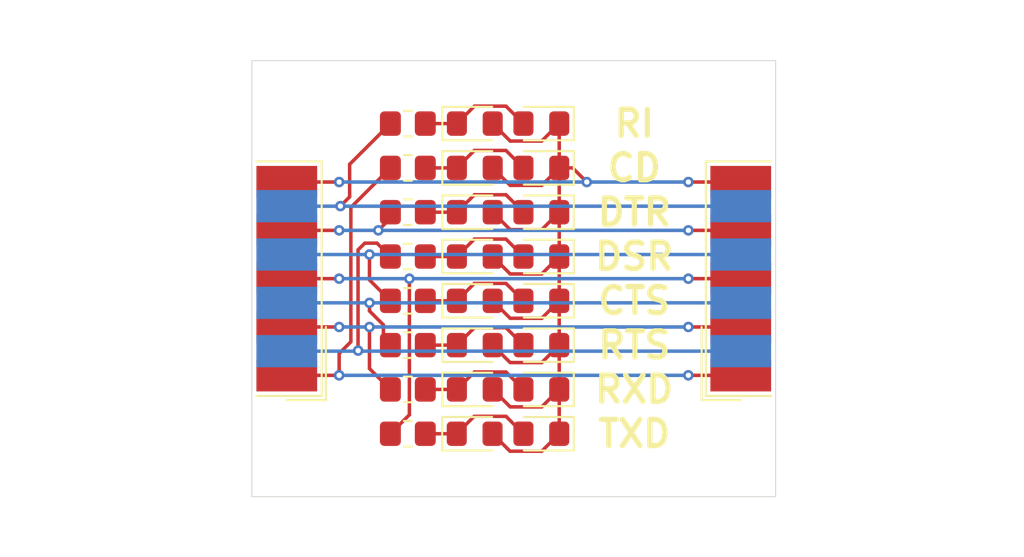
<source format=kicad_pcb>
(kicad_pcb (version 20240108) (generator "pcbnew") (generator_version "8.0")
  (title_block (rev "1"))
  (layers (0 "F.Cu" signal "Front") (1 "In1.Cu" signal) (2 "In2.Cu" signal) (31 "B.Cu" signal "Back") (34 "B.Paste" user) (35 "F.Paste" user) (36 "B.SilkS" user "B.Silkscreen") (37 "F.SilkS" user "F.Silkscreen") (38 "B.Mask" user) (39 "F.Mask" user) (44 "Edge.Cuts" user))
  (net 0 "")
  (net 1 "/TD")
  (net 2 "GND")
  (net 3 "/RD")
  (net 4 "/~{RTS}")
  (net 5 "/~{CTS}")
  (net 6 "/DSR")
  (net 7 "/CD")
  (net 8 "/DTR")
  (net 9 "/RI")
  (net 10 "Net-(J1-Pad8)")
  (net 11 "Net-(J1-Pad2)")
  (net 12 "Net-(J1-Pad3)")
  (net 13 "Net-(J1-Pad7)")
  (net 14 "Net-(J1-Pad6)")
  (net 15 "Net-(J1-Pad4)")
  (net 16 "Net-(J1-Pad9)")
  (net 17 "Net-(J1-Pad1)")
  (footprint "LED_SMD:LED_0805_2012Metric_Pad1.15x1.40mm_HandSolder" (layer "F.Cu") (at 106.749 69.65)
    (property "Reference" "D9" (hide yes))
    (property "Value" "LED" (hide yes))
    (fp_line (start -1.86 -0.96) (end -1.86 0.96) (stroke (width 0.12)) (layer "F.SilkS"))
    (fp_line (start -1.86 0.96) (end 1 0.96) (stroke (width 0.12)) (layer "F.SilkS"))
    (fp_line (start 1 -0.96) (end -1.86 -0.96) (stroke (width 0.12)) (layer "F.SilkS"))
    (pad "1" smd roundrect (at -1.025 0) (size 1.15 1.4) (layers "F.Cu" "F.Paste" "F.Mask") (roundrect_rratio 0.217391) (net 6 "/DSR"))
    (pad "2" smd roundrect (at 1.025 0) (size 1.15 1.4) (layers "F.Cu" "F.Paste" "F.Mask") (roundrect_rratio 0.217391) (net 2 "GND"))
  )
  (footprint "Resistor_SMD:R_0805_2012Metric_Pad1.20x1.40mm_HandSolder" (layer "F.Cu") (at 102.914 64.57)
    (property "Reference" "R6" (hide yes))
    (property "Value" "570" (hide yes))
    (fp_line (start -0.227064 -0.735) (end 0.227064 -0.735) (stroke (width 0.12)) (layer "F.SilkS"))
    (fp_line (start -0.227064 0.735) (end 0.227064 0.735) (stroke (width 0.12)) (layer "F.SilkS"))
    (pad "1" smd roundrect (at -1 0) (size 1.2 1.4) (layers "F.Cu" "F.Paste" "F.Mask") (roundrect_rratio 0.208333) (net 17 "Net-(J1-Pad1)"))
    (pad "2" smd roundrect (at 1 0) (size 1.2 1.4) (layers "F.Cu" "F.Paste" "F.Mask") (roundrect_rratio 0.208333) (net 7 "/CD"))
  )
  (footprint "Connector_Dsub:DSUB-9_Male_EdgeMount_P2.77mm" (layer "F.Cu") (at 121.98 70.92 90)
    (property "Reference" "J2" (hide yes))
    (property "Value" "DE9_Plug" (hide yes))
    (fp_line (start -6.963333 -2.24) (end -2.77 -2.24) (stroke (width 0.12)) (layer "F.SilkS"))
    (fp_line (start 6.723333 -2) (end -6.723333 -2) (stroke (width 0.12)) (layer "F.SilkS"))
    (fp_line (start -6.723333 -2) (end -6.723333 1.74) (stroke (width 0.12)) (layer "F.SilkS"))
    (fp_line (start -6.963333 0) (end -6.963333 -2.24) (stroke (width 0.12)) (layer "F.SilkS"))
    (fp_line (start 6.723333 1.74) (end 6.723333 -2) (stroke (width 0.12)) (layer "F.SilkS"))
    (pad "1" smd rect (at -5.54 0 90) (size 1.846667 3.48) (layers "F.Cu" "F.Paste" "F.Mask") (net 17 "Net-(J1-Pad1)"))
    (pad "2" smd rect (at -2.77 0 90) (size 1.846667 3.48) (layers "F.Cu" "F.Paste" "F.Mask") (net 11 "Net-(J1-Pad2)"))
    (pad "3" smd rect (at 0 0 90) (size 1.846667 3.48) (layers "F.Cu" "F.Paste" "F.Mask") (net 12 "Net-(J1-Pad3)"))
    (pad "4" smd rect (at 2.77 0 90) (size 1.846667 3.48) (layers "F.Cu" "F.Paste" "F.Mask") (net 15 "Net-(J1-Pad4)"))
    (pad "5" smd rect (at 5.54 0 90) (size 1.846667 3.48) (layers "F.Cu" "F.Paste" "F.Mask") (net 2 "GND"))
    (pad "6" smd rect (at -4.155 0 90) (size 1.846667 3.48) (layers "B.Cu" "B.Paste" "B.Mask") (net 14 "Net-(J1-Pad6)"))
    (pad "7" smd rect (at -1.385 0 90) (size 1.846667 3.48) (layers "B.Cu" "B.Paste" "B.Mask") (net 13 "Net-(J1-Pad7)"))
    (pad "8" smd rect (at 1.385 0 90) (size 1.846667 3.48) (layers "B.Cu" "B.Paste" "B.Mask") (net 10 "Net-(J1-Pad8)"))
    (pad "9" smd rect (at 4.155 0 90) (size 1.846667 3.48) (layers "B.Cu" "B.Paste" "B.Mask") (net 16 "Net-(J1-Pad9)"))
  )
  (footprint "Resistor_SMD:R_0805_2012Metric_Pad1.20x1.40mm_HandSolder" (layer "F.Cu") (at 102.914 67.11)
    (property "Reference" "R7" (hide yes))
    (property "Value" "570" (hide yes))
    (fp_line (start -0.227064 -0.735) (end 0.227064 -0.735) (stroke (width 0.12)) (layer "F.SilkS"))
    (fp_line (start -0.227064 0.735) (end 0.227064 0.735) (stroke (width 0.12)) (layer "F.SilkS"))
    (pad "1" smd roundrect (at -1 0) (size 1.2 1.4) (layers "F.Cu" "F.Paste" "F.Mask") (roundrect_rratio 0.208333) (net 15 "Net-(J1-Pad4)"))
    (pad "2" smd roundrect (at 1 0) (size 1.2 1.4) (layers "F.Cu" "F.Paste" "F.Mask") (roundrect_rratio 0.208333) (net 8 "/DTR"))
  )
  (footprint "LED_SMD:LED_0805_2012Metric_Pad1.15x1.40mm_HandSolder" (layer "F.Cu") (at 110.559 72.19 180)
    (property "Reference" "D8" (hide yes))
    (property "Value" "LED" (hide yes))
    (fp_line (start 1 -0.96) (end -1.86 -0.96) (stroke (width 0.12)) (layer "F.SilkS"))
    (fp_line (start -1.86 0.96) (end 1 0.96) (stroke (width 0.12)) (layer "F.SilkS"))
    (fp_line (start -1.86 -0.96) (end -1.86 0.96) (stroke (width 0.12)) (layer "F.SilkS"))
    (pad "1" smd roundrect (at -1.025 0 180) (size 1.15 1.4) (layers "F.Cu" "F.Paste" "F.Mask") (roundrect_rratio 0.217391) (net 2 "GND"))
    (pad "2" smd roundrect (at 1.025 0 180) (size 1.15 1.4) (layers "F.Cu" "F.Paste" "F.Mask") (roundrect_rratio 0.217391) (net 5 "/~{CTS}"))
  )
  (footprint "LED_SMD:LED_0805_2012Metric_Pad1.15x1.40mm_HandSolder" (layer "F.Cu") (at 106.749 77.27)
    (property "Reference" "D3" (hide yes))
    (property "Value" "LED" (hide yes))
    (fp_line (start -1.86 -0.96) (end -1.86 0.96) (stroke (width 0.12)) (layer "F.SilkS"))
    (fp_line (start -1.86 0.96) (end 1 0.96) (stroke (width 0.12)) (layer "F.SilkS"))
    (fp_line (start 1 -0.96) (end -1.86 -0.96) (stroke (width 0.12)) (layer "F.SilkS"))
    (pad "1" smd roundrect (at -1.025 0) (size 1.15 1.4) (layers "F.Cu" "F.Paste" "F.Mask") (roundrect_rratio 0.217391) (net 3 "/RD"))
    (pad "2" smd roundrect (at 1.025 0) (size 1.15 1.4) (layers "F.Cu" "F.Paste" "F.Mask") (roundrect_rratio 0.217391) (net 2 "GND"))
  )
  (footprint "Connector_Dsub:DSUB-9_Female_EdgeMount_P2.77mm" (layer "F.Cu") (at 95.98 70.92 -90)
    (property "Reference" "J1" (hide yes))
    (property "Value" "DE9_Receptacle" (hide yes))
    (fp_line (start 6.723333 1.74) (end 6.723333 -2) (stroke (width 0.12)) (layer "F.SilkS"))
    (fp_line (start 6.963333 0) (end 6.963333 -2.24) (stroke (width 0.12)) (layer "F.SilkS"))
    (fp_line (start -6.723333 -2) (end -6.723333 1.74) (stroke (width 0.12)) (layer "F.SilkS"))
    (fp_line (start 6.723333 -2) (end -6.723333 -2) (stroke (width 0.12)) (layer "F.SilkS"))
    (fp_line (start 6.963333 -2.24) (end 2.77 -2.24) (stroke (width 0.12)) (layer "F.SilkS"))
    (pad "1" smd rect (at 5.54 0 270) (size 1.846667 3.48) (layers "F.Cu" "F.Paste" "F.Mask") (net 17 "Net-(J1-Pad1)"))
    (pad "2" smd rect (at 2.77 0 270) (size 1.846667 3.48) (layers "F.Cu" "F.Paste" "F.Mask") (net 11 "Net-(J1-Pad2)"))
    (pad "3" smd rect (at 0 0 270) (size 1.846667 3.48) (layers "F.Cu" "F.Paste" "F.Mask") (net 12 "Net-(J1-Pad3)"))
    (pad "4" smd rect (at -2.77 0 270) (size 1.846667 3.48) (layers "F.Cu" "F.Paste" "F.Mask") (net 15 "Net-(J1-Pad4)"))
    (pad "5" smd rect (at -5.54 0 270) (size 1.846667 3.48) (layers "F.Cu" "F.Paste" "F.Mask") (net 2 "GND"))
    (pad "6" smd rect (at 4.155 0 270) (size 1.846667 3.48) (layers "B.Cu" "B.Paste" "B.Mask") (net 14 "Net-(J1-Pad6)"))
    (pad "7" smd rect (at 1.385 0 270) (size 1.846667 3.48) (layers "B.Cu" "B.Paste" "B.Mask") (net 13 "Net-(J1-Pad7)"))
    (pad "8" smd rect (at -1.385 0 270) (size 1.846667 3.48) (layers "B.Cu" "B.Paste" "B.Mask") (net 10 "Net-(J1-Pad8)"))
    (pad "9" smd rect (at -4.155 0 270) (size 1.846667 3.48) (layers "B.Cu" "B.Paste" "B.Mask") (net 16 "Net-(J1-Pad9)"))
  )
  (footprint "Resistor_SMD:R_0805_2012Metric_Pad1.20x1.40mm_HandSolder" (layer "F.Cu") (at 102.914 72.19)
    (property "Reference" "R4" (hide yes))
    (property "Value" "570" (hide yes))
    (fp_line (start -0.227064 -0.735) (end 0.227064 -0.735) (stroke (width 0.12)) (layer "F.SilkS"))
    (fp_line (start -0.227064 0.735) (end 0.227064 0.735) (stroke (width 0.12)) (layer "F.SilkS"))
    (pad "1" smd roundrect (at -1 0) (size 1.2 1.4) (layers "F.Cu" "F.Paste" "F.Mask") (roundrect_rratio 0.208333) (net 10 "Net-(J1-Pad8)"))
    (pad "2" smd roundrect (at 1 0) (size 1.2 1.4) (layers "F.Cu" "F.Paste" "F.Mask") (roundrect_rratio 0.208333) (net 5 "/~{CTS}"))
  )
  (footprint "LED_SMD:LED_0805_2012Metric_Pad1.15x1.40mm_HandSolder" (layer "F.Cu") (at 110.559 74.73 180)
    (property "Reference" "D6" (hide yes))
    (property "Value" "LED" (hide yes))
    (fp_line (start 1 -0.96) (end -1.86 -0.96) (stroke (width 0.12)) (layer "F.SilkS"))
    (fp_line (start -1.86 0.96) (end 1 0.96) (stroke (width 0.12)) (layer "F.SilkS"))
    (fp_line (start -1.86 -0.96) (end -1.86 0.96) (stroke (width 0.12)) (layer "F.SilkS"))
    (pad "1" smd roundrect (at -1.025 0 180) (size 1.15 1.4) (layers "F.Cu" "F.Paste" "F.Mask") (roundrect_rratio 0.217391) (net 2 "GND"))
    (pad "2" smd roundrect (at 1.025 0 180) (size 1.15 1.4) (layers "F.Cu" "F.Paste" "F.Mask") (roundrect_rratio 0.217391) (net 4 "/~{RTS}"))
  )
  (footprint "LED_SMD:LED_0805_2012Metric_Pad1.15x1.40mm_HandSolder" (layer "F.Cu") (at 106.74 79.81)
    (property "Reference" "D1" (hide yes))
    (property "Value" "LED" (hide yes))
    (fp_line (start -1.86 -0.96) (end -1.86 0.96) (stroke (width 0.12)) (layer "F.SilkS"))
    (fp_line (start -1.86 0.96) (end 1 0.96) (stroke (width 0.12)) (layer "F.SilkS"))
    (fp_line (start 1 -0.96) (end -1.86 -0.96) (stroke (width 0.12)) (layer "F.SilkS"))
    (pad "1" smd roundrect (at -1.025 0) (size 1.15 1.4) (layers "F.Cu" "F.Paste" "F.Mask") (roundrect_rratio 0.217391) (net 1 "/TD"))
    (pad "2" smd roundrect (at 1.025 0) (size 1.15 1.4) (layers "F.Cu" "F.Paste" "F.Mask") (roundrect_rratio 0.217391) (net 2 "GND"))
  )
  (footprint "LED_SMD:LED_0805_2012Metric_Pad1.15x1.40mm_HandSolder" (layer "F.Cu") (at 106.749 62.03)
    (property "Reference" "D15" (hide yes))
    (property "Value" "LED" (hide yes))
    (fp_line (start -1.86 -0.96) (end -1.86 0.96) (stroke (width 0.12)) (layer "F.SilkS"))
    (fp_line (start -1.86 0.96) (end 1 0.96) (stroke (width 0.12)) (layer "F.SilkS"))
    (fp_line (start 1 -0.96) (end -1.86 -0.96) (stroke (width 0.12)) (layer "F.SilkS"))
    (pad "1" smd roundrect (at -1.025 0) (size 1.15 1.4) (layers "F.Cu" "F.Paste" "F.Mask") (roundrect_rratio 0.217391) (net 9 "/RI"))
    (pad "2" smd roundrect (at 1.025 0) (size 1.15 1.4) (layers "F.Cu" "F.Paste" "F.Mask") (roundrect_rratio 0.217391) (net 2 "GND"))
  )
  (footprint "Resistor_SMD:R_0805_2012Metric_Pad1.20x1.40mm_HandSolder" (layer "F.Cu") (at 102.914 62.03)
    (property "Reference" "R8" (hide yes))
    (property "Value" "570" (hide yes))
    (fp_line (start -0.227064 -0.735) (end 0.227064 -0.735) (stroke (width 0.12)) (layer "F.SilkS"))
    (fp_line (start -0.227064 0.735) (end 0.227064 0.735) (stroke (width 0.12)) (layer "F.SilkS"))
    (pad "1" smd roundrect (at -1 0) (size 1.2 1.4) (layers "F.Cu" "F.Paste" "F.Mask") (roundrect_rratio 0.208333) (net 16 "Net-(J1-Pad9)"))
    (pad "2" smd roundrect (at 1 0) (size 1.2 1.4) (layers "F.Cu" "F.Paste" "F.Mask") (roundrect_rratio 0.208333) (net 9 "/RI"))
  )
  (footprint "LED_SMD:LED_0805_2012Metric_Pad1.15x1.40mm_HandSolder" (layer "F.Cu") (at 106.749 74.73)
    (property "Reference" "D5" (hide yes))
    (property "Value" "LED" (hide yes))
    (fp_line (start -1.86 -0.96) (end -1.86 0.96) (stroke (width 0.12)) (layer "F.SilkS"))
    (fp_line (start -1.86 0.96) (end 1 0.96) (stroke (width 0.12)) (layer "F.SilkS"))
    (fp_line (start 1 -0.96) (end -1.86 -0.96) (stroke (width 0.12)) (layer "F.SilkS"))
    (pad "1" smd roundrect (at -1.025 0) (size 1.15 1.4) (layers "F.Cu" "F.Paste" "F.Mask") (roundrect_rratio 0.217391) (net 4 "/~{RTS}"))
    (pad "2" smd roundrect (at 1.025 0) (size 1.15 1.4) (layers "F.Cu" "F.Paste" "F.Mask") (roundrect_rratio 0.217391) (net 2 "GND"))
  )
  (footprint "Resistor_SMD:R_0805_2012Metric_Pad1.20x1.40mm_HandSolder" (layer "F.Cu") (at 102.914 74.73)
    (property "Reference" "R3" (hide yes))
    (property "Value" "570" (hide yes))
    (fp_line (start -0.227064 -0.735) (end 0.227064 -0.735) (stroke (width 0.12)) (layer "F.SilkS"))
    (fp_line (start -0.227064 0.735) (end 0.227064 0.735) (stroke (width 0.12)) (layer "F.SilkS"))
    (pad "1" smd roundrect (at -1 0) (size 1.2 1.4) (layers "F.Cu" "F.Paste" "F.Mask") (roundrect_rratio 0.208333) (net 13 "Net-(J1-Pad7)"))
    (pad "2" smd roundrect (at 1 0) (size 1.2 1.4) (layers "F.Cu" "F.Paste" "F.Mask") (roundrect_rratio 0.208333) (net 4 "/~{RTS}"))
  )
  (footprint "LED_SMD:LED_0805_2012Metric_Pad1.15x1.40mm_HandSolder" (layer "F.Cu") (at 110.559 62.03 180)
    (property "Reference" "D16" (hide yes))
    (property "Value" "LED" (hide yes))
    (fp_line (start 1 -0.96) (end -1.86 -0.96) (stroke (width 0.12)) (layer "F.SilkS"))
    (fp_line (start -1.86 0.96) (end 1 0.96) (stroke (width 0.12)) (layer "F.SilkS"))
    (fp_line (start -1.86 -0.96) (end -1.86 0.96) (stroke (width 0.12)) (layer "F.SilkS"))
    (pad "1" smd roundrect (at -1.025 0 180) (size 1.15 1.4) (layers "F.Cu" "F.Paste" "F.Mask") (roundrect_rratio 0.217391) (net 2 "GND"))
    (pad "2" smd roundrect (at 1.025 0 180) (size 1.15 1.4) (layers "F.Cu" "F.Paste" "F.Mask") (roundrect_rratio 0.217391) (net 9 "/RI"))
  )
  (footprint "LED_SMD:LED_0805_2012Metric_Pad1.15x1.40mm_HandSolder" (layer "F.Cu") (at 106.749 67.11)
    (property "Reference" "D13" (hide yes))
    (property "Value" "LED" (hide yes))
    (fp_line (start -1.86 -0.96) (end -1.86 0.96) (stroke (width 0.12)) (layer "F.SilkS"))
    (fp_line (start -1.86 0.96) (end 1 0.96) (stroke (width 0.12)) (layer "F.SilkS"))
    (fp_line (start 1 -0.96) (end -1.86 -0.96) (stroke (width 0.12)) (layer "F.SilkS"))
    (pad "1" smd roundrect (at -1.025 0) (size 1.15 1.4) (layers "F.Cu" "F.Paste" "F.Mask") (roundrect_rratio 0.217391) (net 8 "/DTR"))
    (pad "2" smd roundrect (at 1.025 0) (size 1.15 1.4) (layers "F.Cu" "F.Paste" "F.Mask") (roundrect_rratio 0.217391) (net 2 "GND"))
  )
  (footprint "LED_SMD:LED_0805_2012Metric_Pad1.15x1.40mm_HandSolder" (layer "F.Cu") (at 110.559 69.65 180)
    (property "Reference" "D10" (hide yes))
    (property "Value" "LED" (hide yes))
    (fp_line (start 1 -0.96) (end -1.86 -0.96) (stroke (width 0.12)) (layer "F.SilkS"))
    (fp_line (start -1.86 0.96) (end 1 0.96) (stroke (width 0.12)) (layer "F.SilkS"))
    (fp_line (start -1.86 -0.96) (end -1.86 0.96) (stroke (width 0.12)) (layer "F.SilkS"))
    (pad "1" smd roundrect (at -1.025 0 180) (size 1.15 1.4) (layers "F.Cu" "F.Paste" "F.Mask") (roundrect_rratio 0.217391) (net 2 "GND"))
    (pad "2" smd roundrect (at 1.025 0 180) (size 1.15 1.4) (layers "F.Cu" "F.Paste" "F.Mask") (roundrect_rratio 0.217391) (net 6 "/DSR"))
  )
  (footprint "Resistor_SMD:R_0805_2012Metric_Pad1.20x1.40mm_HandSolder" (layer "F.Cu") (at 102.914 77.27)
    (property "Reference" "R2" (hide yes))
    (property "Value" "570" (hide yes))
    (fp_line (start -0.227064 -0.735) (end 0.227064 -0.735) (stroke (width 0.12)) (layer "F.SilkS"))
    (fp_line (start -0.227064 0.735) (end 0.227064 0.735) (stroke (width 0.12)) (layer "F.SilkS"))
    (pad "1" smd roundrect (at -1 0) (size 1.2 1.4) (layers "F.Cu" "F.Paste" "F.Mask") (roundrect_rratio 0.208333) (net 11 "Net-(J1-Pad2)"))
    (pad "2" smd roundrect (at 1 0) (size 1.2 1.4) (layers "F.Cu" "F.Paste" "F.Mask") (roundrect_rratio 0.208333) (net 3 "/RD"))
  )
  (footprint "LED_SMD:LED_0805_2012Metric_Pad1.15x1.40mm_HandSolder" (layer "F.Cu") (at 106.749 72.19)
    (property "Reference" "D7" (hide yes))
    (property "Value" "LED" (hide yes))
    (fp_line (start -1.86 -0.96) (end -1.86 0.96) (stroke (width 0.12)) (layer "F.SilkS"))
    (fp_line (start -1.86 0.96) (end 1 0.96) (stroke (width 0.12)) (layer "F.SilkS"))
    (fp_line (start 1 -0.96) (end -1.86 -0.96) (stroke (width 0.12)) (layer "F.SilkS"))
    (pad "1" smd roundrect (at -1.025 0) (size 1.15 1.4) (layers "F.Cu" "F.Paste" "F.Mask") (roundrect_rratio 0.217391) (net 5 "/~{CTS}"))
    (pad "2" smd roundrect (at 1.025 0) (size 1.15 1.4) (layers "F.Cu" "F.Paste" "F.Mask") (roundrect_rratio 0.217391) (net 2 "GND"))
  )
  (footprint "LED_SMD:LED_0805_2012Metric_Pad1.15x1.40mm_HandSolder" (layer "F.Cu") (at 110.559 64.57 180)
    (property "Reference" "D12" (hide yes))
    (property "Value" "LED" (hide yes))
    (fp_line (start 1 -0.96) (end -1.86 -0.96) (stroke (width 0.12)) (layer "F.SilkS"))
    (fp_line (start -1.86 0.96) (end 1 0.96) (stroke (width 0.12)) (layer "F.SilkS"))
    (fp_line (start -1.86 -0.96) (end -1.86 0.96) (stroke (width 0.12)) (layer "F.SilkS"))
    (pad "1" smd roundrect (at -1.025 0 180) (size 1.15 1.4) (layers "F.Cu" "F.Paste" "F.Mask") (roundrect_rratio 0.217391) (net 2 "GND"))
    (pad "2" smd roundrect (at 1.025 0 180) (size 1.15 1.4) (layers "F.Cu" "F.Paste" "F.Mask") (roundrect_rratio 0.217391) (net 7 "/CD"))
  )
  (footprint "LED_SMD:LED_0805_2012Metric_Pad1.15x1.40mm_HandSolder" (layer "F.Cu") (at 110.559 77.27 180)
    (property "Reference" "D4" (hide yes))
    (property "Value" "LED" (hide yes))
    (fp_line (start 1 -0.96) (end -1.86 -0.96) (stroke (width 0.12)) (layer "F.SilkS"))
    (fp_line (start -1.86 0.96) (end 1 0.96) (stroke (width 0.12)) (layer "F.SilkS"))
    (fp_line (start -1.86 -0.96) (end -1.86 0.96) (stroke (width 0.12)) (layer "F.SilkS"))
    (pad "1" smd roundrect (at -1.025 0 180) (size 1.15 1.4) (layers "F.Cu" "F.Paste" "F.Mask") (roundrect_rratio 0.217391) (net 2 "GND"))
    (pad "2" smd roundrect (at 1.025 0 180) (size 1.15 1.4) (layers "F.Cu" "F.Paste" "F.Mask") (roundrect_rratio 0.217391) (net 3 "/RD"))
  )
  (footprint "LED_SMD:LED_0805_2012Metric_Pad1.15x1.40mm_HandSolder" (layer "F.Cu") (at 106.749 64.57)
    (property "Reference" "D11" (hide yes))
    (property "Value" "LED" (hide yes))
    (fp_line (start -1.86 -0.96) (end -1.86 0.96) (stroke (width 0.12)) (layer "F.SilkS"))
    (fp_line (start -1.86 0.96) (end 1 0.96) (stroke (width 0.12)) (layer "F.SilkS"))
    (fp_line (start 1 -0.96) (end -1.86 -0.96) (stroke (width 0.12)) (layer "F.SilkS"))
    (pad "1" smd roundrect (at -1.025 0) (size 1.15 1.4) (layers "F.Cu" "F.Paste" "F.Mask") (roundrect_rratio 0.217391) (net 7 "/CD"))
    (pad "2" smd roundrect (at 1.025 0) (size 1.15 1.4) (layers "F.Cu" "F.Paste" "F.Mask") (roundrect_rratio 0.217391) (net 2 "GND"))
  )
  (footprint "Resistor_SMD:R_0805_2012Metric_Pad1.20x1.40mm_HandSolder" (layer "F.Cu") (at 102.914 69.65)
    (property "Reference" "R5" (hide yes))
    (property "Value" "570" (hide yes))
    (fp_line (start -0.227064 -0.735) (end 0.227064 -0.735) (stroke (width 0.12)) (layer "F.SilkS"))
    (fp_line (start -0.227064 0.735) (end 0.227064 0.735) (stroke (width 0.12)) (layer "F.SilkS"))
    (pad "1" smd roundrect (at -1 0) (size 1.2 1.4) (layers "F.Cu" "F.Paste" "F.Mask") (roundrect_rratio 0.208333) (net 14 "Net-(J1-Pad6)"))
    (pad "2" smd roundrect (at 1 0) (size 1.2 1.4) (layers "F.Cu" "F.Paste" "F.Mask") (roundrect_rratio 0.208333) (net 6 "/DSR"))
  )
  (footprint "LED_SMD:LED_0805_2012Metric_Pad1.15x1.40mm_HandSolder" (layer "F.Cu") (at 110.559 67.11 180)
    (property "Reference" "D14" (hide yes))
    (property "Value" "LED" (hide yes))
    (fp_line (start 1 -0.96) (end -1.86 -0.96) (stroke (width 0.12)) (layer "F.SilkS"))
    (fp_line (start -1.86 0.96) (end 1 0.96) (stroke (width 0.12)) (layer "F.SilkS"))
    (fp_line (start -1.86 -0.96) (end -1.86 0.96) (stroke (width 0.12)) (layer "F.SilkS"))
    (pad "1" smd roundrect (at -1.025 0 180) (size 1.15 1.4) (layers "F.Cu" "F.Paste" "F.Mask") (roundrect_rratio 0.217391) (net 2 "GND"))
    (pad "2" smd roundrect (at 1.025 0 180) (size 1.15 1.4) (layers "F.Cu" "F.Paste" "F.Mask") (roundrect_rratio 0.217391) (net 8 "/DTR"))
  )
  (footprint "LED_SMD:LED_0805_2012Metric_Pad1.15x1.40mm_HandSolder" (layer "F.Cu") (at 110.559 79.81 180)
    (property "Reference" "D2" (hide yes))
    (property "Value" "LED" (hide yes))
    (fp_line (start 1 -0.96) (end -1.86 -0.96) (stroke (width 0.12)) (layer "F.SilkS"))
    (fp_line (start -1.86 0.96) (end 1 0.96) (stroke (width 0.12)) (layer "F.SilkS"))
    (fp_line (start -1.86 -0.96) (end -1.86 0.96) (stroke (width 0.12)) (layer "F.SilkS"))
    (pad "1" smd roundrect (at -1.025 0 180) (size 1.15 1.4) (layers "F.Cu" "F.Paste" "F.Mask") (roundrect_rratio 0.217391) (net 2 "GND"))
    (pad "2" smd roundrect (at 1.025 0 180) (size 1.15 1.4) (layers "F.Cu" "F.Paste" "F.Mask") (roundrect_rratio 0.217391) (net 1 "/TD"))
  )
  (footprint "Resistor_SMD:R_0805_2012Metric_Pad1.20x1.40mm_HandSolder" (layer "F.Cu") (at 102.914 79.81)
    (property "Reference" "R1" (hide yes))
    (property "Value" "570" (hide yes))
    (fp_line (start -0.227064 -0.735) (end 0.227064 -0.735) (stroke (width 0.12)) (layer "F.SilkS"))
    (fp_line (start -0.227064 0.735) (end 0.227064 0.735) (stroke (width 0.12)) (layer "F.SilkS"))
    (pad "1" smd roundrect (at -1 0) (size 1.2 1.4) (layers "F.Cu" "F.Paste" "F.Mask") (roundrect_rratio 0.208333) (net 12 "Net-(J1-Pad3)"))
    (pad "2" smd roundrect (at 1 0) (size 1.2 1.4) (layers "F.Cu" "F.Paste" "F.Mask") (roundrect_rratio 0.208333) (net 1 "/TD"))
  )
  (gr_line (start 123.98 58.42) (end 123.98 70.92) (stroke (width 0.05)) (layer "Edge.Cuts"))
  (gr_line (start 93.98 58.42) (end 123.98 58.42) (stroke (width 0.05)) (layer "Edge.Cuts"))
  (gr_line (start 93.98 83.42) (end 93.98 70.92) (stroke (width 0.05)) (layer "Edge.Cuts"))
  (gr_line (start 123.98 70.92) (end 123.98 83.42) (stroke (width 0.05)) (layer "Edge.Cuts"))
  (gr_line (start 93.98 70.92) (end 93.98 58.42) (stroke (width 0.05)) (layer "Edge.Cuts"))
  (gr_line (start 123.98 83.42) (end 93.98 83.42) (stroke (width 0.05)) (layer "Edge.Cuts"))
  (gr_text "CTS" (at 115.884 72.19 0) (layer "F.SilkS") (effects (font (size 1.5 1.5) (thickness 0.3) (bold yes))))
  (gr_text "RTS" (at 115.884 74.73 0) (layer "F.SilkS") (effects (font (size 1.5 1.5) (thickness 0.3) (bold yes))))
  (gr_text "RXD" (at 115.884 77.27 0) (layer "F.SilkS") (effects (font (size 1.5 1.5) (thickness 0.3) (bold yes))))
  (gr_text "DSR" (at 115.884 69.65 0) (layer "F.SilkS") (effects (font (size 1.5 1.5) (thickness 0.3) (bold yes))))
  (gr_text "CD" (at 115.884 64.57 0) (layer "F.SilkS") (effects (font (size 1.5 1.5) (thickness 0.3) (bold yes))))
  (gr_text "RI" (at 115.884 62.03 0) (layer "F.SilkS") (effects (font (size 1.5 1.5) (thickness 0.3) (bold yes))))
  (gr_text "DTR" (at 115.884 67.11 0) (layer "F.SilkS") (effects (font (size 1.5 1.5) (thickness 0.3) (bold yes))))
  (gr_text "TXD" (at 115.884 79.81 0) (layer "F.SilkS") (effects (font (size 1.5 1.5) (thickness 0.3) (bold yes))))
  (segment (start 108.534 78.81) (end 109.534 79.81) (width 0.2) (layer "F.Cu") (net 1))
  (segment (start 105.715 79.81) (end 106.715 78.81) (width 0.2) (layer "F.Cu") (net 1))
  (segment (start 103.914 79.81) (end 105.715 79.81) (width 0.2) (layer "F.Cu") (net 1))
  (segment (start 106.715 78.81) (end 108.534 78.81) (width 0.2) (layer "F.Cu") (net 1))
  (segment (start 111.584 62.03) (end 111.584 64.57) (width 0.2) (layer "F.Cu") (net 2))
  (segment (start 108.774 75.73) (end 110.584 75.73) (width 0.2) (layer "F.Cu") (net 2))
  (segment (start 110.584 80.81) (end 111.584 79.81) (width 0.2) (layer "F.Cu") (net 2))
  (segment (start 111.584 69.65) (end 111.584 72.19) (width 0.2) (layer "F.Cu") (net 2))
  (segment (start 108.765 80.81) (end 110.584 80.81) (width 0.2) (layer "F.Cu") (net 2))
  (segment (start 110.584 65.57) (end 111.584 64.57) (width 0.2) (layer "F.Cu") (net 2))
  (segment (start 110.584 75.73) (end 111.584 74.73) (width 0.2) (layer "F.Cu") (net 2))
  (segment (start 111.584 77.27) (end 111.584 79.81) (width 0.2) (layer "F.Cu") (net 2))
  (segment (start 107.774 67.11) (end 108.774 68.11) (width 0.2) (layer "F.Cu") (net 2))
  (segment (start 111.584 72.19) (end 111.584 74.73) (width 0.2) (layer "F.Cu") (net 2))
  (segment (start 111.584 64.57) (end 112.352 64.57) (width 0.2) (layer "F.Cu") (net 2))
  (segment (start 107.774 74.73) (end 108.774 75.73) (width 0.2) (layer "F.Cu") (net 2))
  (segment (start 110.584 68.11) (end 111.584 67.11) (width 0.2) (layer "F.Cu") (net 2))
  (segment (start 110.584 63.03) (end 111.584 62.03) (width 0.2) (layer "F.Cu") (net 2))
  (segment (start 108.774 73.19) (end 110.584 73.19) (width 0.2) (layer "F.Cu") (net 2))
  (segment (start 107.774 62.03) (end 108.774 63.03) (width 0.2) (layer "F.Cu") (net 2))
  (segment (start 111.584 74.73) (end 111.584 77.27) (width 0.2) (layer "F.Cu") (net 2))
  (segment (start 108.774 63.03) (end 110.584 63.03) (width 0.2) (layer "F.Cu") (net 2))
  (segment (start 108.774 78.27) (end 110.584 78.27) (width 0.2) (layer "F.Cu") (net 2))
  (segment (start 111.584 67.11) (end 111.584 69.65) (width 0.2) (layer "F.Cu") (net 2))
  (segment (start 107.774 64.57) (end 108.774 65.57) (width 0.2) (layer "F.Cu") (net 2))
  (segment (start 107.774 69.65) (end 108.774 70.65) (width 0.2) (layer "F.Cu") (net 2))
  (segment (start 111.584 64.57) (end 111.584 67.11) (width 0.2) (layer "F.Cu") (net 2))
  (segment (start 108.774 65.57) (end 110.584 65.57) (width 0.2) (layer "F.Cu") (net 2))
  (segment (start 107.774 72.19) (end 108.774 73.19) (width 0.2) (layer "F.Cu") (net 2))
  (segment (start 121.98 65.38) (end 118.98 65.38) (width 0.2) (layer "F.Cu") (net 2))
  (segment (start 107.765 79.81) (end 108.765 80.81) (width 0.2) (layer "F.Cu") (net 2))
  (segment (start 108.774 70.65) (end 110.584 70.65) (width 0.2) (layer "F.Cu") (net 2))
  (segment (start 95.98 65.38) (end 98.98 65.38) (width 0.2) (layer "F.Cu") (net 2))
  (segment (start 108.774 68.11) (end 110.584 68.11) (width 0.2) (layer "F.Cu") (net 2))
  (segment (start 110.584 70.65) (end 111.584 69.65) (width 0.2) (layer "F.Cu") (net 2))
  (segment (start 110.584 73.19) (end 111.584 72.19) (width 0.2) (layer "F.Cu") (net 2))
  (segment (start 110.584 78.27) (end 111.584 77.27) (width 0.2) (layer "F.Cu") (net 2))
  (segment (start 112.352 64.57) (end 113.162 65.38) (width 0.2) (layer "F.Cu") (net 2))
  (segment (start 107.774 77.27) (end 108.774 78.27) (width 0.2) (layer "F.Cu") (net 2))
  (via (at 113.162 65.38) (size 0.6) (drill 0.3) (layers "F.Cu" "B.Cu") (net 2))
  (via (at 118.98 65.38) (size 0.6) (drill 0.3) (layers "F.Cu" "B.Cu") (net 2))
  (via (at 98.98 65.38) (size 0.6) (drill 0.3) (layers "F.Cu" "B.Cu") (net 2))
  (segment (start 113.162 65.38) (end 118.98 65.38) (width 0.2) (layer "B.Cu") (net 2))
  (segment (start 98.98 65.38) (end 113.162 65.38) (width 0.2) (layer "B.Cu") (net 2))
  (segment (start 103.914 77.27) (end 105.724 77.27) (width 0.2) (layer "F.Cu") (net 3))
  (segment (start 105.724 77.27) (end 106.724 76.27) (width 0.2) (layer "F.Cu") (net 3))
  (segment (start 106.724 76.27) (end 108.534 76.27) (width 0.2) (layer "F.Cu") (net 3))
  (segment (start 108.534 76.27) (end 109.534 77.27) (width 0.2) (layer "F.Cu") (net 3))
  (segment (start 108.534 73.73) (end 109.534 74.73) (width 0.2) (layer "F.Cu") (net 4))
  (segment (start 105.724 74.73) (end 106.724 73.73) (width 0.2) (layer "F.Cu") (net 4))
  (segment (start 106.724 73.73) (end 108.534 73.73) (width 0.2) (layer "F.Cu") (net 4))
  (segment (start 103.914 74.73) (end 105.724 74.73) (width 0.2) (layer "F.Cu") (net 4))
  (segment (start 103.914 72.19) (end 105.724 72.19) (width 0.2) (layer "F.Cu") (net 5))
  (segment (start 108.534 71.19) (end 109.534 72.19) (width 0.2) (layer "F.Cu") (net 5))
  (segment (start 106.724 71.19) (end 108.534 71.19) (width 0.2) (layer "F.Cu") (net 5))
  (segment (start 105.724 72.19) (end 106.724 71.19) (width 0.2) (layer "F.Cu") (net 5))
  (segment (start 105.724 69.65) (end 106.724 68.65) (width 0.2) (layer "F.Cu") (net 6))
  (segment (start 108.534 68.65) (end 109.534 69.65) (width 0.2) (layer "F.Cu") (net 6))
  (segment (start 103.914 69.65) (end 105.724 69.65) (width 0.2) (layer "F.Cu") (net 6))
  (segment (start 106.724 68.65) (end 108.534 68.65) (width 0.2) (layer "F.Cu") (net 6))
  (segment (start 105.724 64.57) (end 106.724 63.57) (width 0.2) (layer "F.Cu") (net 7))
  (segment (start 106.724 63.57) (end 108.534 63.57) (width 0.2) (layer "F.Cu") (net 7))
  (segment (start 103.914 64.57) (end 105.724 64.57) (width 0.2) (layer "F.Cu") (net 7))
  (segment (start 108.534 63.57) (end 109.534 64.57) (width 0.2) (layer "F.Cu") (net 7))
  (segment (start 103.914 67.11) (end 105.724 67.11) (width 0.2) (layer "F.Cu") (net 8))
  (segment (start 106.724 66.11) (end 108.534 66.11) (width 0.2) (layer "F.Cu") (net 8))
  (segment (start 108.534 66.11) (end 109.534 67.11) (width 0.2) (layer "F.Cu") (net 8))
  (segment (start 105.724 67.11) (end 106.724 66.11) (width 0.2) (layer "F.Cu") (net 8))
  (segment (start 105.724 62.03) (end 106.724 61.03) (width 0.2) (layer "F.Cu") (net 9))
  (segment (start 106.724 61.03) (end 108.534 61.03) (width 0.2) (layer "F.Cu") (net 9))
  (segment (start 103.914 62.03) (end 105.724 62.03) (width 0.2) (layer "F.Cu") (net 9))
  (segment (start 108.534 61.03) (end 109.534 62.03) (width 0.2) (layer "F.Cu") (net 9))
  (segment (start 100.716 70.992) (end 100.716 69.535) (width 0.2) (layer "F.Cu") (net 10))
  (segment (start 101.914 72.19) (end 100.716 70.992) (width 0.2) (layer "F.Cu") (net 10))
  (via (at 100.716 69.535) (size 0.6) (drill 0.3) (layers "F.Cu" "B.Cu") (net 10))
  (segment (start 95.98 69.535) (end 100.716 69.535) (width 0.2) (layer "B.Cu") (net 10))
  (segment (start 100.716 69.535) (end 121.98 69.535) (width 0.2) (layer "B.Cu") (net 10))
  (segment (start 100.716 76.072) (end 100.716 73.69) (width 0.2) (layer "F.Cu") (net 11))
  (segment (start 101.914 77.27) (end 100.716 76.072) (width 0.2) (layer "F.Cu") (net 11))
  (segment (start 121.98 73.69) (end 118.98 73.69) (width 0.2) (layer "F.Cu") (net 11))
  (segment (start 95.98 73.69) (end 98.98 73.69) (width 0.2) (layer "F.Cu") (net 11))
  (via (at 98.98 73.69) (size 0.6) (drill 0.3) (layers "F.Cu" "B.Cu") (net 11))
  (via (at 118.98 73.69) (size 0.6) (drill 0.3) (layers "F.Cu" "B.Cu") (net 11))
  (via (at 100.716 73.69) (size 0.6) (drill 0.3) (layers "F.Cu" "B.Cu") (net 11))
  (segment (start 98.98 73.69) (end 100.716 73.69) (width 0.2) (layer "B.Cu") (net 11))
  (segment (start 100.716 73.69) (end 118.98 73.69) (width 0.2) (layer "B.Cu") (net 11))
  (segment (start 101.914 79.81) (end 103.002 78.722) (width 0.2) (layer "F.Cu") (net 12))
  (segment (start 103.002 78.722) (end 103.002 70.92) (width 0.2) (layer "F.Cu") (net 12))
  (segment (start 95.98 70.92) (end 98.98 70.92) (width 0.2) (layer "F.Cu") (net 12))
  (segment (start 121.98 70.92) (end 118.98 70.92) (width 0.2) (layer "F.Cu") (net 12))
  (via (at 103.002 70.92) (size 0.6) (drill 0.3) (layers "F.Cu" "B.Cu") (net 12))
  (via (at 98.98 70.92) (size 0.6) (drill 0.3) (layers "F.Cu" "B.Cu") (net 12))
  (via (at 118.98 70.92) (size 0.6) (drill 0.3) (layers "F.Cu" "B.Cu") (net 12))
  (segment (start 98.98 70.92) (end 103.002 70.92) (width 0.2) (layer "B.Cu") (net 12))
  (segment (start 103.002 70.92) (end 118.98 70.92) (width 0.2) (layer "B.Cu") (net 12))
  (segment (start 100.716 72.770761) (end 100.716 72.305) (width 0.2) (layer "F.Cu") (net 13))
  (segment (start 101.514 73.568761) (end 100.716 72.770761) (width 0.2) (layer "F.Cu") (net 13))
  (segment (start 101.914 74.73) (end 101.514 74.33) (width 0.2) (layer "F.Cu") (net 13))
  (segment (start 101.514 74.33) (end 101.514 73.568761) (width 0.2) (layer "F.Cu") (net 13))
  (via (at 100.716 72.305) (size 0.6) (drill 0.3) (layers "F.Cu" "B.Cu") (net 13))
  (segment (start 100.716 72.305) (end 121.98 72.305) (width 0.2) (layer "B.Cu") (net 13))
  (segment (start 95.98 72.305) (end 100.716 72.305) (width 0.2) (layer "B.Cu") (net 13))
  (segment (start 100.062 69.269761) (end 100.062 75.039585) (width 0.2) (layer "F.Cu") (net 14))
  (segment (start 100.062 75.039585) (end 100.066 75.043585) (width 0.2) (layer "F.Cu") (net 14))
  (segment (start 101.149 68.885) (end 100.446761 68.885) (width 0.2) (layer "F.Cu") (net 14))
  (segment (start 101.914 69.65) (end 101.149 68.885) (width 0.2) (layer "F.Cu") (net 14))
  (segment (start 100.446761 68.885) (end 100.062 69.269761) (width 0.2) (layer "F.Cu") (net 14))
  (via (at 100.066 75.043585) (size 0.6) (drill 0.3) (layers "F.Cu" "B.Cu") (net 14))
  (segment (start 121.98 75.075) (end 100.097415 75.075) (width 0.2) (layer "B.Cu") (net 14))
  (segment (start 100.034585 75.075) (end 100.066 75.043585) (width 0.2) (layer "B.Cu") (net 14))
  (segment (start 100.097415 75.075) (end 100.066 75.043585) (width 0.2) (layer "B.Cu") (net 14))
  (segment (start 95.98 75.075) (end 100.034585 75.075) (width 0.2) (layer "B.Cu") (net 14))
  (segment (start 95.98 68.15) (end 98.98 68.15) (width 0.2) (layer "F.Cu") (net 15))
  (segment (start 101.914 67.46) (end 101.224 68.15) (width 0.2) (layer "F.Cu") (net 15))
  (segment (start 121.98 68.15) (end 118.98 68.15) (width 0.2) (layer "F.Cu") (net 15))
  (segment (start 101.914 67.11) (end 101.914 67.46) (width 0.2) (layer "F.Cu") (net 15))
  (via (at 98.98 68.15) (size 0.6) (drill 0.3) (layers "F.Cu" "B.Cu") (net 15))
  (via (at 118.98 68.15) (size 0.6) (drill 0.3) (layers "F.Cu" "B.Cu") (net 15))
  (via (at 101.224 68.15) (size 0.6) (drill 0.3) (layers "F.Cu" "B.Cu") (net 15))
  (segment (start 101.224 68.15) (end 118.98 68.15) (width 0.2) (layer "B.Cu") (net 15))
  (segment (start 98.98 68.15) (end 101.224 68.15) (width 0.2) (layer "B.Cu") (net 15))
  (segment (start 99.58 66.23016) (end 99.050454 66.759706) (width 0.2) (layer "F.Cu") (net 16))
  (segment (start 99.58 64.364) (end 99.58 66.23016) (width 0.2) (layer "F.Cu") (net 16))
  (segment (start 101.914 62.03) (end 99.58 64.364) (width 0.2) (layer "F.Cu") (net 16))
  (via (at 99.050454 66.759706) (size 0.6) (drill 0.3) (layers "F.Cu" "B.Cu") (net 16))
  (segment (start 99.04516 66.765) (end 99.050454 66.759706) (width 0.2) (layer "B.Cu") (net 16))
  (segment (start 99.055748 66.765) (end 99.050454 66.759706) (width 0.2) (layer "B.Cu") (net 16))
  (segment (start 121.98 66.765) (end 99.055748 66.765) (width 0.2) (layer "B.Cu") (net 16))
  (segment (start 95.98 66.765) (end 99.04516 66.765) (width 0.2) (layer "B.Cu") (net 16))
  (segment (start 121.98 76.46) (end 118.98 76.46) (width 0.2) (layer "F.Cu") (net 17))
  (segment (start 99.650454 74.539892) (end 98.98 75.210346) (width 0.2) (layer "F.Cu") (net 17))
  (segment (start 101.914 64.57) (end 99.650454 66.833546) (width 0.2) (layer "F.Cu") (net 17))
  (segment (start 95.98 76.46) (end 98.98 76.46) (width 0.2) (layer "F.Cu") (net 17))
  (segment (start 98.98 75.210346) (end 98.98 76.46) (width 0.2) (layer "F.Cu") (net 17))
  (segment (start 99.650454 66.833546) (end 99.650454 74.539892) (width 0.2) (layer "F.Cu") (net 17))
  (via (at 118.98 76.46) (size 0.6) (drill 0.3) (layers "F.Cu" "B.Cu") (net 17))
  (via (at 98.98 76.46) (size 0.6) (drill 0.3) (layers "F.Cu" "B.Cu") (net 17))
  (via (at 98.98 76.46) (size 0.6) (drill 0.3) (layers "F.Cu" "B.Cu") (net 17))
  (segment (start 98.98 76.46) (end 118.98 76.46) (width 0.2) (layer "B.Cu") (net 17))
)
</source>
